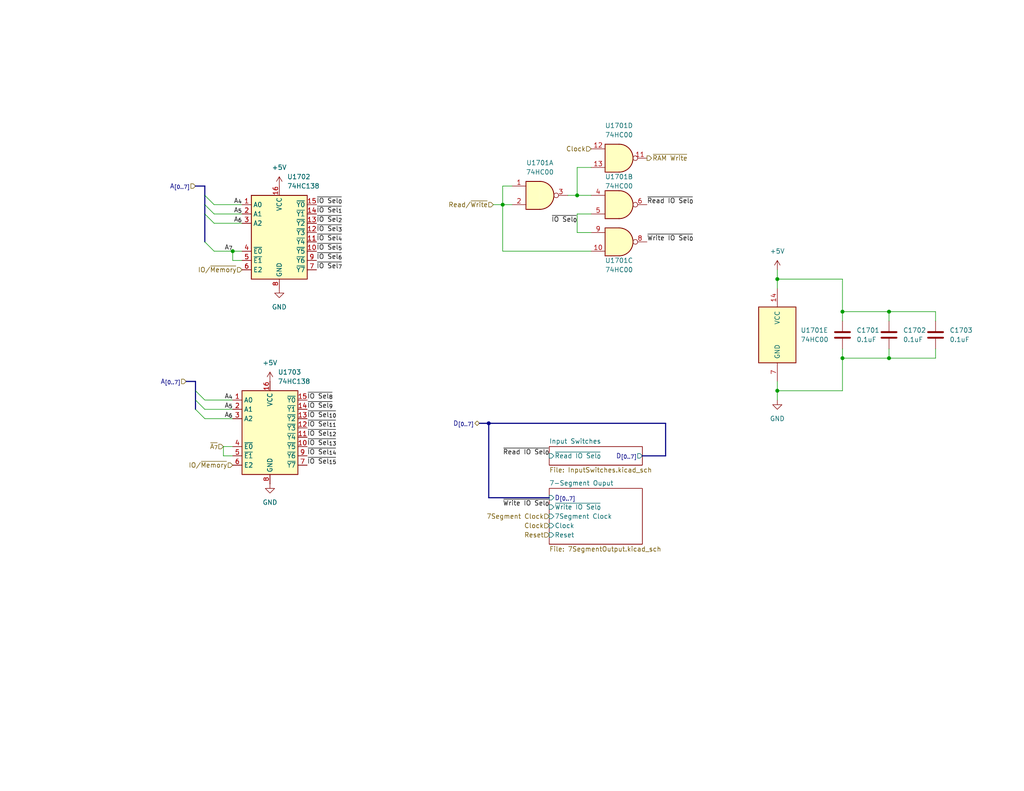
<source format=kicad_sch>
(kicad_sch (version 20250114) (generator "eeschema") (generator_version "9.0")
  (paper "USLetter")
  (title_block (title "BRISC8 CPU") (date "2025-06-26") (rev "v1.0.0") (company "Brian Duffy") (comment 3 "Compatible with the BRISC8 assembler and compiler suite.") (comment 4 "Simple 8-bit RISC CPU designed by Brian Duffy to explore the lowest level of computing."))
  (lib_symbols
    (symbol "74xx:74HC00" (pin_names (offset 1.016))
      (property "Reference" "U" (at 0 1.27 0))
      (property "Value" "74HC00" (at 0 -1.27 0))
      (symbol "74HC00_1_1"
        (arc (start 0 3.81) (mid 3.7934 0) (end 0 -3.81) (stroke (width 0.254)) (fill (type background)))
        (polyline (pts (xy 0 3.81) (xy -3.81 3.81) (xy -3.81 -3.81) (xy 0 -3.81)) (stroke (width 0.254)) (fill (type background)))
        (pin input line (at -7.62 2.54 0) (length 3.81) (name "~") (number "1"))
        (pin input line (at -7.62 -2.54 0) (length 3.81) (name "~") (number "2"))
        (pin output inverted (at 7.62 0 180) (length 3.81) (name "~") (number "3"))
      )
      (symbol "74HC00_1_2"
        (arc (start -3.81 3.81) (mid -2.589 0) (end -3.81 -3.81) (stroke (width 0.254)))
        (polyline (pts (xy -3.81 3.81) (xy -0.635 3.81)) (stroke (width 0.254)) (fill (type background)))
        (polyline (pts (xy -3.81 -3.81) (xy -0.635 -3.81)) (stroke (width 0.254)) (fill (type background)))
        (arc (start 3.81 0) (mid 2.1855 -2.584) (end -0.6096 -3.81) (stroke (width 0.254)) (fill (type background)))
        (arc (start -0.6096 3.81) (mid 2.1928 2.5924) (end 3.81 0) (stroke (width 0.254)) (fill (type background)))
        (polyline (pts (xy -0.635 3.81) (xy -3.81 3.81) (xy -3.81 3.81) (xy -3.556 3.4036) (xy -3.0226 2.2606) (xy -2.6924 1.0414) (xy -2.6162 -0.254) (xy -2.7686 -1.4986) (xy -3.175 -2.7178) (xy -3.81 -3.81) (xy -3.81 -3.81) (xy -0.635 -3.81)) (stroke (width -25.4)) (fill (type background)))
        (pin input inverted (at -7.62 2.54 0) (length 4.318) (name "~") (number "1"))
        (pin input inverted (at -7.62 -2.54 0) (length 4.318) (name "~") (number "2"))
        (pin output line (at 7.62 0 180) (length 3.81) (name "~") (number "3"))
      )
      (symbol "74HC00_2_1"
        (arc (start 0 3.81) (mid 3.7934 0) (end 0 -3.81) (stroke (width 0.254)) (fill (type background)))
        (polyline (pts (xy 0 3.81) (xy -3.81 3.81) (xy -3.81 -3.81) (xy 0 -3.81)) (stroke (width 0.254)) (fill (type background)))
        (pin input line (at -7.62 2.54 0) (length 3.81) (name "~") (number "4"))
        (pin input line (at -7.62 -2.54 0) (length 3.81) (name "~") (number "5"))
        (pin output inverted (at 7.62 0 180) (length 3.81) (name "~") (number "6"))
      )
      (symbol "74HC00_2_2"
        (arc (start -3.81 3.81) (mid -2.589 0) (end -3.81 -3.81) (stroke (width 0.254)))
        (polyline (pts (xy -3.81 3.81) (xy -0.635 3.81)) (stroke (width 0.254)) (fill (type background)))
        (polyline (pts (xy -3.81 -3.81) (xy -0.635 -3.81)) (stroke (width 0.254)) (fill (type background)))
        (arc (start 3.81 0) (mid 2.1855 -2.584) (end -0.6096 -3.81) (stroke (width 0.254)) (fill (type background)))
        (arc (start -0.6096 3.81) (mid 2.1928 2.5924) (end 3.81 0) (stroke (width 0.254)) (fill (type background)))
        (polyline (pts (xy -0.635 3.81) (xy -3.81 3.81) (xy -3.81 3.81) (xy -3.556 3.4036) (xy -3.0226 2.2606) (xy -2.6924 1.0414) (xy -2.6162 -0.254) (xy -2.7686 -1.4986) (xy -3.175 -2.7178) (xy -3.81 -3.81) (xy -3.81 -3.81) (xy -0.635 -3.81)) (stroke (width -25.4)) (fill (type background)))
        (pin input inverted (at -7.62 2.54 0) (length 4.318) (name "~") (number "4"))
        (pin input inverted (at -7.62 -2.54 0) (length 4.318) (name "~") (number "5"))
        (pin output line (at 7.62 0 180) (length 3.81) (name "~") (number "6"))
      )
      (symbol "74HC00_3_1"
        (arc (start 0 3.81) (mid 3.7934 0) (end 0 -3.81) (stroke (width 0.254)) (fill (type background)))
        (polyline (pts (xy 0 3.81) (xy -3.81 3.81) (xy -3.81 -3.81) (xy 0 -3.81)) (stroke (width 0.254)) (fill (type background)))
        (pin input line (at -7.62 2.54 0) (length 3.81) (name "~") (number "9"))
        (pin input line (at -7.62 -2.54 0) (length 3.81) (name "~") (number "10"))
        (pin output inverted (at 7.62 0 180) (length 3.81) (name "~") (number "8"))
      )
      (symbol "74HC00_3_2"
        (arc (start -3.81 3.81) (mid -2.589 0) (end -3.81 -3.81) (stroke (width 0.254)))
        (polyline (pts (xy -3.81 3.81) (xy -0.635 3.81)) (stroke (width 0.254)) (fill (type background)))
        (polyline (pts (xy -3.81 -3.81) (xy -0.635 -3.81)) (stroke (width 0.254)) (fill (type background)))
        (arc (start 3.81 0) (mid 2.1855 -2.584) (end -0.6096 -3.81) (stroke (width 0.254)) (fill (type background)))
        (arc (start -0.6096 3.81) (mid 2.1928 2.5924) (end 3.81 0) (stroke (width 0.254)) (fill (type background)))
        (polyline (pts (xy -0.635 3.81) (xy -3.81 3.81) (xy -3.81 3.81) (xy -3.556 3.4036) (xy -3.0226 2.2606) (xy -2.6924 1.0414) (xy -2.6162 -0.254) (xy -2.7686 -1.4986) (xy -3.175 -2.7178) (xy -3.81 -3.81) (xy -3.81 -3.81) (xy -0.635 -3.81)) (stroke (width -25.4)) (fill (type background)))
        (pin input inverted (at -7.62 2.54 0) (length 4.318) (name "~") (number "9"))
        (pin input inverted (at -7.62 -2.54 0) (length 4.318) (name "~") (number "10"))
        (pin output line (at 7.62 0 180) (length 3.81) (name "~") (number "8"))
      )
      (symbol "74HC00_4_1"
        (arc (start 0 3.81) (mid 3.7934 0) (end 0 -3.81) (stroke (width 0.254)) (fill (type background)))
        (polyline (pts (xy 0 3.81) (xy -3.81 3.81) (xy -3.81 -3.81) (xy 0 -3.81)) (stroke (width 0.254)) (fill (type background)))
        (pin input line (at -7.62 2.54 0) (length 3.81) (name "~") (number "12"))
        (pin input line (at -7.62 -2.54 0) (length 3.81) (name "~") (number "13"))
        (pin output inverted (at 7.62 0 180) (length 3.81) (name "~") (number "11"))
      )
      (symbol "74HC00_4_2"
        (arc (start -3.81 3.81) (mid -2.589 0) (end -3.81 -3.81) (stroke (width 0.254)))
        (polyline (pts (xy -3.81 3.81) (xy -0.635 3.81)) (stroke (width 0.254)) (fill (type background)))
        (polyline (pts (xy -3.81 -3.81) (xy -0.635 -3.81)) (stroke (width 0.254)) (fill (type background)))
        (arc (start 3.81 0) (mid 2.1855 -2.584) (end -0.6096 -3.81) (stroke (width 0.254)) (fill (type background)))
        (arc (start -0.6096 3.81) (mid 2.1928 2.5924) (end 3.81 0) (stroke (width 0.254)) (fill (type background)))
        (polyline (pts (xy -0.635 3.81) (xy -3.81 3.81) (xy -3.81 3.81) (xy -3.556 3.4036) (xy -3.0226 2.2606) (xy -2.6924 1.0414) (xy -2.6162 -0.254) (xy -2.7686 -1.4986) (xy -3.175 -2.7178) (xy -3.81 -3.81) (xy -3.81 -3.81) (xy -0.635 -3.81)) (stroke (width -25.4)) (fill (type background)))
        (pin input inverted (at -7.62 2.54 0) (length 4.318) (name "~") (number "12"))
        (pin input inverted (at -7.62 -2.54 0) (length 4.318) (name "~") (number "13"))
        (pin output line (at 7.62 0 180) (length 3.81) (name "~") (number "11"))
      )
      (symbol "74HC00_5_0"
        (pin power_in line (at 0 12.7 270) (length 5.08) (name "VCC") (number "14"))
        (pin power_in line (at 0 -12.7 90) (length 5.08) (name "GND") (number "7"))
      )
      (symbol "74HC00_5_1"
        (rectangle (start -5.08 7.62) (end 5.08 -7.62) (stroke (width 0.254)) (fill (type background)))
      )
    )
    (symbol "74xx:74HC138"
      (property "Reference" "U" (at -7.62 13.97 0))
      (property "Value" "74HC138" (at 2.54 -11.43 0))
      (symbol "74HC138_0_1"
        (rectangle (start -7.62 12.7) (end 7.62 -10.16) (stroke (width 0.254)) (fill (type background)))
      )
      (symbol "74HC138_1_1"
        (pin input line (at -10.16 10.16 0) (length 2.54) (name "A0") (number "1"))
        (pin input line (at -10.16 7.62 0) (length 2.54) (name "A1") (number "2"))
        (pin input line (at -10.16 5.08 0) (length 2.54) (name "A2") (number "3"))
        (pin input line (at -10.16 -2.54 0) (length 2.54) (name "~{E0}") (number "4"))
        (pin input line (at -10.16 -5.08 0) (length 2.54) (name "~{E1}") (number "5"))
        (pin input line (at -10.16 -7.62 0) (length 2.54) (name "E2") (number "6"))
        (pin power_in line (at 0 15.24 270) (length 2.54) (name "VCC") (number "16"))
        (pin power_in line (at 0 -12.7 90) (length 2.54) (name "GND") (number "8"))
        (pin output line (at 10.16 10.16 180) (length 2.54) (name "~{Y0}") (number "15"))
        (pin output line (at 10.16 7.62 180) (length 2.54) (name "~{Y1}") (number "14"))
        (pin output line (at 10.16 5.08 180) (length 2.54) (name "~{Y2}") (number "13"))
        (pin output line (at 10.16 2.54 180) (length 2.54) (name "~{Y3}") (number "12"))
        (pin output line (at 10.16 0 180) (length 2.54) (name "~{Y4}") (number "11"))
        (pin output line (at 10.16 -2.54 180) (length 2.54) (name "~{Y5}") (number "10"))
        (pin output line (at 10.16 -5.08 180) (length 2.54) (name "~{Y6}") (number "9"))
        (pin output line (at 10.16 -7.62 180) (length 2.54) (name "~{Y7}") (number "7"))
      )
    )
    (symbol "Device:C" (pin_numbers (hide yes)) (pin_names (offset 0.254))
      (property "Reference" "C" (at 0.635 2.54 0))
      (property "Value" "C" (at 0.635 -2.54 0))
      (symbol "C_0_1"
        (polyline (pts (xy -2.032 0.762) (xy 2.032 0.762)) (stroke (width 0.508)))
        (polyline (pts (xy -2.032 -0.762) (xy 2.032 -0.762)) (stroke (width 0.508)))
      )
      (symbol "C_1_1"
        (pin passive line (at 0 3.81 270) (length 2.794) (name "~") (number "1"))
        (pin passive line (at 0 -3.81 90) (length 2.794) (name "~") (number "2"))
      )
    )
    (symbol "power:+5V" (power) (pin_numbers (hide yes)) (pin_names (offset 0) (hide yes))
      (property "Value" "+5V" (at 0 3.556 0))
      (symbol "+5V_0_1"
        (polyline (pts (xy -0.762 1.27) (xy 0 2.54)))
        (polyline (pts (xy 0 2.54) (xy 0.762 1.27)))
        (polyline (pts (xy 0 0) (xy 0 2.54)))
      )
      (symbol "+5V_1_1"
        (pin power_in line (at 0 0 90) (length 0) (name "~") (number "1"))
      )
    )
    (symbol "power:GND" (power) (pin_numbers (hide yes)) (pin_names (offset 0) (hide yes))
      (property "Value" "GND" (at 0 -3.81 0))
      (symbol "GND_0_1"
        (polyline (pts (xy 0 0) (xy 0 -1.27) (xy 1.27 -1.27) (xy 0 -2.54) (xy -1.27 -1.27) (xy 0 -1.27)))
      )
      (symbol "GND_1_1"
        (pin power_in line (at 0 0 270) (length 0) (name "~") (number "1"))
      )
    )
  )
  (junction (at 133.35 115.57))
  (junction (at 229.87 85.09))
  (junction (at 157.48 53.34))
  (junction (at 212.09 76.2))
  (junction (at 137.16 55.88))
  (junction (at 242.57 97.79))
  (junction (at 63.5 68.58))
  (junction (at 242.57 85.09))
  (junction (at 229.87 97.79))
  (junction (at 212.09 106.68))
  (bus_entry (at 55.88 53.34) (size 2.54 2.54))
  (bus_entry (at 55.88 58.42) (size 2.54 2.54))
  (bus_entry (at 53.34 109.22) (size 2.54 2.54))
  (bus_entry (at 53.34 111.76) (size 2.54 2.54))
  (bus_entry (at 55.88 66.04) (size 2.54 2.54))
  (bus_entry (at 53.34 106.68) (size 2.54 2.54))
  (bus_entry (at 55.88 55.88) (size 2.54 2.54))
  (bus (pts (xy 149.86 135.89) (xy 133.35 135.89)))
  (bus (pts (xy 130.81 115.57) (xy 133.35 115.57)))
  (wire (pts (xy 139.7 55.88) (xy 137.16 55.88)))
  (wire (pts (xy 137.16 68.58) (xy 137.16 55.88)))
  (wire (pts (xy 229.87 85.09) (xy 242.57 85.09)))
  (wire (pts (xy 212.09 106.68) (xy 212.09 109.22)))
  (wire (pts (xy 255.27 95.25) (xy 255.27 97.79)))
  (wire (pts (xy 157.48 63.5) (xy 161.29 63.5)))
  (wire (pts (xy 212.09 104.14) (xy 212.09 106.68)))
  (wire (pts (xy 229.87 97.79) (xy 229.87 106.68)))
  (wire (pts (xy 139.7 50.8) (xy 137.16 50.8)))
  (wire (pts (xy 60.96 124.46) (xy 63.5 124.46)))
  (wire (pts (xy 229.87 76.2) (xy 229.87 85.09)))
  (bus (pts (xy 133.35 135.89) (xy 133.35 115.57)))
  (wire (pts (xy 242.57 87.63) (xy 242.57 85.09)))
  (wire (pts (xy 55.88 111.76) (xy 63.5 111.76)))
  (bus (pts (xy 55.88 58.42) (xy 55.88 66.04)))
  (bus (pts (xy 133.35 115.57) (xy 181.61 115.57)))
  (wire (pts (xy 63.5 71.12) (xy 66.04 71.12)))
  (bus (pts (xy 53.34 109.22) (xy 53.34 111.76)))
  (wire (pts (xy 63.5 68.58) (xy 66.04 68.58)))
  (wire (pts (xy 212.09 73.66) (xy 212.09 76.2)))
  (wire (pts (xy 58.42 60.96) (xy 66.04 60.96)))
  (wire (pts (xy 212.09 76.2) (xy 229.87 76.2)))
  (wire (pts (xy 242.57 85.09) (xy 255.27 85.09)))
  (bus (pts (xy 181.61 115.57) (xy 181.61 124.46)))
  (wire (pts (xy 242.57 97.79) (xy 255.27 97.79)))
  (wire (pts (xy 60.96 121.92) (xy 63.5 121.92)))
  (wire (pts (xy 55.88 114.3) (xy 63.5 114.3)))
  (bus (pts (xy 53.34 106.68) (xy 53.34 109.22)))
  (bus (pts (xy 55.88 53.34) (xy 55.88 55.88)))
  (wire (pts (xy 58.42 58.42) (xy 66.04 58.42)))
  (wire (pts (xy 55.88 109.22) (xy 63.5 109.22)))
  (wire (pts (xy 161.29 68.58) (xy 137.16 68.58)))
  (wire (pts (xy 229.87 95.25) (xy 229.87 97.79)))
  (wire (pts (xy 161.29 58.42) (xy 157.48 58.42)))
  (wire (pts (xy 137.16 55.88) (xy 134.62 55.88)))
  (wire (pts (xy 229.87 97.79) (xy 242.57 97.79)))
  (bus (pts (xy 55.88 55.88) (xy 55.88 58.42)))
  (wire (pts (xy 157.48 53.34) (xy 157.48 45.72)))
  (wire (pts (xy 229.87 85.09) (xy 229.87 87.63)))
  (wire (pts (xy 157.48 53.34) (xy 154.94 53.34)))
  (bus (pts (xy 50.8 104.14) (xy 53.34 104.14)))
  (wire (pts (xy 58.42 55.88) (xy 66.04 55.88)))
  (wire (pts (xy 255.27 87.63) (xy 255.27 85.09)))
  (wire (pts (xy 157.48 58.42) (xy 157.48 63.5)))
  (wire (pts (xy 229.87 106.68) (xy 212.09 106.68)))
  (bus (pts (xy 181.61 124.46) (xy 175.26 124.46)))
  (wire (pts (xy 137.16 50.8) (xy 137.16 55.88)))
  (bus (pts (xy 53.34 50.8) (xy 55.88 50.8)))
  (wire (pts (xy 58.42 68.58) (xy 63.5 68.58)))
  (wire (pts (xy 161.29 53.34) (xy 157.48 53.34)))
  (wire (pts (xy 63.5 68.58) (xy 63.5 71.12)))
  (bus (pts (xy 53.34 104.14) (xy 53.34 106.68)))
  (wire (pts (xy 242.57 95.25) (xy 242.57 97.79)))
  (bus (pts (xy 55.88 50.8) (xy 55.88 53.34)))
  (wire (pts (xy 60.96 121.92) (xy 60.96 124.46)))
  (wire (pts (xy 157.48 45.72) (xy 161.29 45.72)))
  (wire (pts (xy 212.09 76.2) (xy 212.09 78.74)))
  (label "~{IO Sel_{9}}" (at 83.82 111.76 0))
  (label "~{IO Sel_{0}}" (at 86.36 55.88 0))
  (label "~{IO Sel_{8}}" (at 83.82 109.22 0))
  (label "A_{7}" (at 63.5 68.58 180))
  (label "~{IO Sel_{15}}" (at 83.82 127 0))
  (label "~{IO Sel_{13}}" (at 83.82 121.92 0))
  (label "A_{6}" (at 66.04 60.96 180))
  (label "~{IO Sel_{3}}" (at 86.36 63.5 0))
  (label "~{IO Sel_{5}}" (at 86.36 68.58 0))
  (label "~{IO Sel_{14}}" (at 83.82 124.46 0))
  (label "~{Read IO Sel_{0}}" (at 176.53 55.88 0))
  (label "~{IO Sel_{4}}" (at 86.36 66.04 0))
  (label "A_{5}" (at 63.5 111.76 180))
  (label "~{Write IO Sel_{0}}" (at 149.86 138.43 180))
  (label "~{IO Sel_{10}}" (at 83.82 114.3 0))
  (label "~{IO Sel_{12}}" (at 83.82 119.38 0))
  (label "~{IO Sel_{0}}" (at 157.48 60.96 180))
  (label "~{IO Sel_{11}}" (at 83.82 116.84 0))
  (label "~{Read IO Sel_{0}}" (at 149.86 124.46 180))
  (label "~{Write IO Sel_{0}}" (at 176.53 66.04 0))
  (label "A_{6}" (at 63.5 114.3 180))
  (label "A_{4}" (at 63.5 109.22 180))
  (label "~{IO Sel_{1}}" (at 86.36 58.42 0))
  (label "~{IO Sel_{6}}" (at 86.36 71.12 0))
  (label "A_{4}" (at 66.04 55.88 180))
  (label "A_{5}" (at 66.04 58.42 180))
  (label "~{IO Sel_{2}}" (at 86.36 60.96 0))
  (label "~{IO Sel_{7}}" (at 86.36 73.66 0))
  (hierarchical_label "Clock" (shape input) (at 149.86 143.51 180))
  (hierarchical_label "D_{[0..7]}" (shape bidirectional) (at 130.81 115.57 180))
  (hierarchical_label "A_{[0..7]}" (shape input) (at 50.8 104.14 180))
  (hierarchical_label "Read{slash}~{Write}" (shape input) (at 134.62 55.88 180))
  (hierarchical_label "IO{slash}~{Memory}" (shape input) (at 63.5 127 180))
  (hierarchical_label "IO{slash}~{Memory}" (shape input) (at 66.04 73.66 180))
  (hierarchical_label "7Segment Clock" (shape input) (at 149.86 140.97 180))
  (hierarchical_label "~{A_{7}}" (shape input) (at 60.96 121.92 180))
  (hierarchical_label "Clock" (shape input) (at 161.29 40.64 180))
  (hierarchical_label "A_{[0..7]}" (shape input) (at 53.34 50.8 180))
  (hierarchical_label "Reset" (shape input) (at 149.86 146.05 180))
  (hierarchical_label "~{RAM Write}" (shape output) (at 176.53 43.18 0))
  (symbol (lib_id "power:GND") (at 212.09 109.22 0) (unit 1)
    (property "Reference" "#PWR01705" (effects (hide yes)))
    (property "Value" "GND" (at 212.09 114.3 0))
    (property "Description" "Power symbol creates a global label with name \"GND\" , ground" (effects (hide yes)))
  )
  (symbol (lib_id "Device:C") (at 229.87 91.44 0) (unit 1)
    (property "Reference" "C1701" (at 233.68 90.1699 0) (effects (justify left)))
    (property "Value" "0.1uF" (at 233.68 92.7099 0) (effects (justify left)))
    (property "Footprint" "Capacitor_THT:C_Rect_L4.0mm_W2.5mm_P2.50mm" (effects (hide yes)))
    (property "Description" "Unpolarized capacitor" (effects (hide yes)))
  )
  (symbol (lib_id "power:GND") (at 73.66 132.08 0) (unit 1)
    (property "Reference" "#PWR01706" (effects (hide yes)))
    (property "Value" "GND" (at 73.66 137.16 0))
    (property "Description" "Power symbol creates a global label with name \"GND\" , ground" (effects (hide yes)))
  )
  (symbol (lib_id "74xx:74HC00") (at 168.91 43.18 0) (unit 4)
    (property "Reference" "U1701" (at 168.9017 34.29 0))
    (property "Value" "74HC00" (at 168.9017 36.83 0))
    (property "Footprint" "Package_DIP:DIP-14_W7.62mm" (effects (hide yes)))
    (property "Datasheet" "http://www.ti.com/lit/gpn/sn74hc00" (effects (hide yes)))
    (property "Description" "quad 2-input NAND gate" (effects (hide yes)))
  )
  (symbol (lib_id "power:GND") (at 76.2 78.74 0) (unit 1)
    (property "Reference" "#PWR01703" (effects (hide yes)))
    (property "Value" "GND" (at 76.2 83.82 0))
    (property "Description" "Power symbol creates a global label with name \"GND\" , ground" (effects (hide yes)))
  )
  (symbol (lib_id "Device:C") (at 255.27 91.44 0) (unit 1)
    (property "Reference" "C1703" (at 259.08 90.1699 0) (effects (justify left)))
    (property "Value" "0.1uF" (at 259.08 92.7099 0) (effects (justify left)))
    (property "Footprint" "Capacitor_THT:C_Rect_L4.0mm_W2.5mm_P2.50mm" (effects (hide yes)))
    (property "Description" "Unpolarized capacitor" (effects (hide yes)))
  )
  (symbol (lib_id "Device:C") (at 242.57 91.44 0) (unit 1)
    (property "Reference" "C1702" (at 246.38 90.1699 0) (effects (justify left)))
    (property "Value" "0.1uF" (at 246.38 92.7099 0) (effects (justify left)))
    (property "Footprint" "Capacitor_THT:C_Rect_L4.0mm_W2.5mm_P2.50mm" (effects (hide yes)))
    (property "Description" "Unpolarized capacitor" (effects (hide yes)))
  )
  (symbol (lib_id "power:+5V") (at 76.2 50.8 0) (unit 1)
    (property "Reference" "#PWR01701" (effects (hide yes)))
    (property "Value" "+5V" (at 76.2 45.72 0))
    (property "Description" "Power symbol creates a global label with name \"+5V\"" (effects (hide yes)))
  )
  (symbol (lib_id "power:+5V") (at 73.66 104.14 0) (unit 1)
    (property "Reference" "#PWR01704" (effects (hide yes)))
    (property "Value" "+5V" (at 73.66 99.06 0))
    (property "Description" "Power symbol creates a global label with name \"+5V\"" (effects (hide yes)))
  )
  (symbol (lib_id "74xx:74HC00") (at 168.91 55.88 0) (unit 2)
    (property "Reference" "U1701" (at 168.91 48.26 0))
    (property "Value" "74HC00" (at 168.91 50.8 0))
    (property "Footprint" "Package_DIP:DIP-14_W7.62mm" (effects (hide yes)))
    (property "Datasheet" "http://www.ti.com/lit/gpn/sn74hc00" (effects (hide yes)))
    (property "Description" "quad 2-input NAND gate" (effects (hide yes)))
  )
  (symbol (lib_id "74xx:74HC00") (at 147.32 53.34 0) (unit 1)
    (property "Reference" "U1701" (at 147.3117 44.45 0))
    (property "Value" "74HC00" (at 147.3117 46.99 0))
    (property "Footprint" "Package_DIP:DIP-14_W7.62mm" (effects (hide yes)))
    (property "Datasheet" "http://www.ti.com/lit/gpn/sn74hc00" (effects (hide yes)))
    (property "Description" "quad 2-input NAND gate" (effects (hide yes)))
  )
  (symbol (lib_id "power:+5V") (at 212.09 73.66 0) (unit 1)
    (property "Reference" "#PWR01702" (effects (hide yes)))
    (property "Value" "+5V" (at 212.09 68.58 0))
    (property "Description" "Power symbol creates a global label with name \"+5V\"" (effects (hide yes)))
  )
  (symbol (lib_id "74xx:74HC138") (at 76.2 66.04 0) (unit 1)
    (property "Reference" "U1702" (at 78.3433 48.26 0) (effects (justify left)))
    (property "Value" "74HC138" (at 78.3433 50.8 0) (effects (justify left)))
    (property "Footprint" "Package_DIP:DIP-16_W7.62mm" (effects (hide yes)))
    (property "Datasheet" "http://www.ti.com/lit/ds/symlink/cd74hc238.pdf" (effects (hide yes)))
    (property "Description" "3-to-8 line decoder/multiplexer inverting, DIP-16/SOIC-16/SSOP-16" (effects (hide yes)))
  )
  (symbol (lib_id "74xx:74HC138") (at 73.66 119.38 0) (unit 1)
    (property "Reference" "U1703" (at 75.8033 101.6 0) (effects (justify left)))
    (property "Value" "74HC138" (at 75.8033 104.14 0) (effects (justify left)))
    (property "Footprint" "Package_DIP:DIP-16_W7.62mm" (effects (hide yes)))
    (property "Datasheet" "http://www.ti.com/lit/ds/symlink/cd74hc238.pdf" (effects (hide yes)))
    (property "Description" "3-to-8 line decoder/multiplexer inverting, DIP-16/SOIC-16/SSOP-16" (effects (hide yes)))
  )
  (symbol (lib_id "74xx:74HC00") (at 168.91 66.04 0) (unit 3)
    (property "Reference" "U1701" (at 168.91 71.12 0))
    (property "Value" "74HC00" (at 168.91 73.66 0))
    (property "Footprint" "Package_DIP:DIP-14_W7.62mm" (effects (hide yes)))
    (property "Datasheet" "http://www.ti.com/lit/gpn/sn74hc00" (effects (hide yes)))
    (property "Description" "quad 2-input NAND gate" (effects (hide yes)))
  )
  (symbol (lib_id "74xx:74HC00") (at 212.09 91.44 0) (unit 5)
    (property "Reference" "U1701" (at 218.44 90.1699 0) (effects (justify left)))
    (property "Value" "74HC00" (at 218.44 92.7099 0) (effects (justify left)))
    (property "Footprint" "Package_DIP:DIP-14_W7.62mm" (effects (hide yes)))
    (property "Datasheet" "http://www.ti.com/lit/gpn/sn74hc00" (effects (hide yes)))
    (property "Description" "quad 2-input NAND gate" (effects (hide yes)))
  )
  (sheet (at 149.86 121.92) (size 25.4 5.08) (stroke (width 0.1524))
    (property "Sheetname" "Input Switches" (at 149.86 121.2084 0) (effects (justify left bottom)))
    (property "Sheetfile" "InputSwitches.kicad_sch" (at 149.86 127.5846 0) (effects (justify left top)))
    (pin "~{Read IO Sel_{0}}" input (at 149.86 124.46 180))
    (pin "D_{[0..7]}" output (at 175.26 124.46 0))
  )
  (sheet (at 149.86 133.35) (size 25.4 15.24) (stroke (width 0.1524))
    (property "Sheetname" "7-Segment Ouput" (at 149.86 132.6384 0) (effects (justify left bottom)))
    (property "Sheetfile" "7SegmentOutput.kicad_sch" (at 149.86 149.1746 0) (effects (justify left top)))
    (pin "Clock" input (at 149.86 143.51 180))
    (pin "D_{[0..7]}" input (at 149.86 135.89 180))
    (pin "Reset" input (at 149.86 146.05 180))
    (pin "~{Write IO Sel_{0}}" input (at 149.86 138.43 180))
    (pin "7Segment Clock" input (at 149.86 140.97 180))
  )
)
</source>
